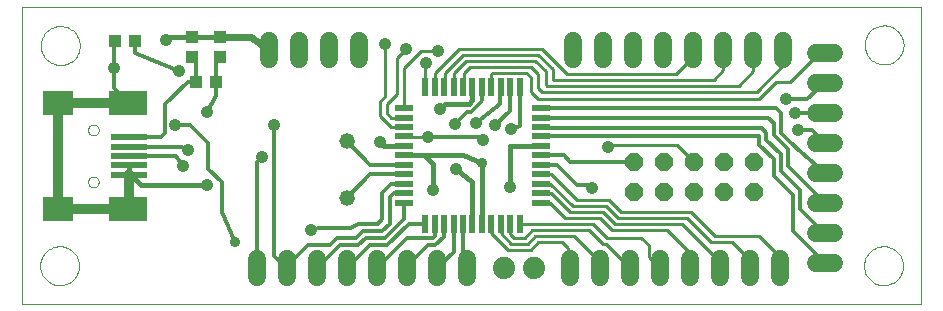
<source format=gtl>
G75*
G70*
%OFA0B0*%
%FSLAX24Y24*%
%IPPOS*%
%LPD*%
%AMOC8*
5,1,8,0,0,1.08239X$1,22.5*
%
%ADD10C,0.0000*%
%ADD11R,0.0591X0.0197*%
%ADD12R,0.0197X0.0591*%
%ADD13C,0.0600*%
%ADD14OC8,0.0600*%
%ADD15C,0.0520*%
%ADD16R,0.0984X0.0787*%
%ADD17R,0.1299X0.0787*%
%ADD18R,0.1220X0.0197*%
%ADD19R,0.0394X0.0433*%
%ADD20R,0.0433X0.0394*%
%ADD21C,0.0740*%
%ADD22C,0.0100*%
%ADD23C,0.0120*%
%ADD24C,0.0410*%
%ADD25C,0.0360*%
%ADD26C,0.0160*%
%ADD27C,0.0240*%
%ADD28C,0.0320*%
D10*
X000101Y000301D02*
X000101Y010180D01*
X030054Y010180D01*
X030054Y000301D01*
X000101Y000301D01*
X000690Y001562D02*
X000692Y001612D01*
X000698Y001662D01*
X000708Y001712D01*
X000721Y001760D01*
X000738Y001808D01*
X000759Y001854D01*
X000783Y001898D01*
X000811Y001940D01*
X000842Y001980D01*
X000876Y002017D01*
X000913Y002052D01*
X000952Y002083D01*
X000993Y002112D01*
X001037Y002137D01*
X001083Y002159D01*
X001130Y002177D01*
X001178Y002191D01*
X001227Y002202D01*
X001277Y002209D01*
X001327Y002212D01*
X001378Y002211D01*
X001428Y002206D01*
X001478Y002197D01*
X001526Y002185D01*
X001574Y002168D01*
X001620Y002148D01*
X001665Y002125D01*
X001708Y002098D01*
X001748Y002068D01*
X001786Y002035D01*
X001821Y001999D01*
X001854Y001960D01*
X001883Y001919D01*
X001909Y001876D01*
X001932Y001831D01*
X001951Y001784D01*
X001966Y001736D01*
X001978Y001687D01*
X001986Y001637D01*
X001990Y001587D01*
X001990Y001537D01*
X001986Y001487D01*
X001978Y001437D01*
X001966Y001388D01*
X001951Y001340D01*
X001932Y001293D01*
X001909Y001248D01*
X001883Y001205D01*
X001854Y001164D01*
X001821Y001125D01*
X001786Y001089D01*
X001748Y001056D01*
X001708Y001026D01*
X001665Y000999D01*
X001620Y000976D01*
X001574Y000956D01*
X001526Y000939D01*
X001478Y000927D01*
X001428Y000918D01*
X001378Y000913D01*
X001327Y000912D01*
X001277Y000915D01*
X001227Y000922D01*
X001178Y000933D01*
X001130Y000947D01*
X001083Y000965D01*
X001037Y000987D01*
X000993Y001012D01*
X000952Y001041D01*
X000913Y001072D01*
X000876Y001107D01*
X000842Y001144D01*
X000811Y001184D01*
X000783Y001226D01*
X000759Y001270D01*
X000738Y001316D01*
X000721Y001364D01*
X000708Y001412D01*
X000698Y001462D01*
X000692Y001512D01*
X000690Y001562D01*
X002286Y004356D02*
X002288Y004382D01*
X002294Y004408D01*
X002304Y004433D01*
X002317Y004456D01*
X002333Y004476D01*
X002353Y004494D01*
X002375Y004509D01*
X002398Y004521D01*
X002424Y004529D01*
X002450Y004533D01*
X002476Y004533D01*
X002502Y004529D01*
X002528Y004521D01*
X002552Y004509D01*
X002573Y004494D01*
X002593Y004476D01*
X002609Y004456D01*
X002622Y004433D01*
X002632Y004408D01*
X002638Y004382D01*
X002640Y004356D01*
X002638Y004330D01*
X002632Y004304D01*
X002622Y004279D01*
X002609Y004256D01*
X002593Y004236D01*
X002573Y004218D01*
X002551Y004203D01*
X002528Y004191D01*
X002502Y004183D01*
X002476Y004179D01*
X002450Y004179D01*
X002424Y004183D01*
X002398Y004191D01*
X002374Y004203D01*
X002353Y004218D01*
X002333Y004236D01*
X002317Y004256D01*
X002304Y004279D01*
X002294Y004304D01*
X002288Y004330D01*
X002286Y004356D01*
X002286Y006088D02*
X002288Y006114D01*
X002294Y006140D01*
X002304Y006165D01*
X002317Y006188D01*
X002333Y006208D01*
X002353Y006226D01*
X002375Y006241D01*
X002398Y006253D01*
X002424Y006261D01*
X002450Y006265D01*
X002476Y006265D01*
X002502Y006261D01*
X002528Y006253D01*
X002552Y006241D01*
X002573Y006226D01*
X002593Y006208D01*
X002609Y006188D01*
X002622Y006165D01*
X002632Y006140D01*
X002638Y006114D01*
X002640Y006088D01*
X002638Y006062D01*
X002632Y006036D01*
X002622Y006011D01*
X002609Y005988D01*
X002593Y005968D01*
X002573Y005950D01*
X002551Y005935D01*
X002528Y005923D01*
X002502Y005915D01*
X002476Y005911D01*
X002450Y005911D01*
X002424Y005915D01*
X002398Y005923D01*
X002374Y005935D01*
X002353Y005950D01*
X002333Y005968D01*
X002317Y005988D01*
X002304Y006011D01*
X002294Y006036D01*
X002288Y006062D01*
X002286Y006088D01*
X000711Y008901D02*
X000713Y008951D01*
X000719Y009001D01*
X000729Y009051D01*
X000742Y009099D01*
X000759Y009147D01*
X000780Y009193D01*
X000804Y009237D01*
X000832Y009279D01*
X000863Y009319D01*
X000897Y009356D01*
X000934Y009391D01*
X000973Y009422D01*
X001014Y009451D01*
X001058Y009476D01*
X001104Y009498D01*
X001151Y009516D01*
X001199Y009530D01*
X001248Y009541D01*
X001298Y009548D01*
X001348Y009551D01*
X001399Y009550D01*
X001449Y009545D01*
X001499Y009536D01*
X001547Y009524D01*
X001595Y009507D01*
X001641Y009487D01*
X001686Y009464D01*
X001729Y009437D01*
X001769Y009407D01*
X001807Y009374D01*
X001842Y009338D01*
X001875Y009299D01*
X001904Y009258D01*
X001930Y009215D01*
X001953Y009170D01*
X001972Y009123D01*
X001987Y009075D01*
X001999Y009026D01*
X002007Y008976D01*
X002011Y008926D01*
X002011Y008876D01*
X002007Y008826D01*
X001999Y008776D01*
X001987Y008727D01*
X001972Y008679D01*
X001953Y008632D01*
X001930Y008587D01*
X001904Y008544D01*
X001875Y008503D01*
X001842Y008464D01*
X001807Y008428D01*
X001769Y008395D01*
X001729Y008365D01*
X001686Y008338D01*
X001641Y008315D01*
X001595Y008295D01*
X001547Y008278D01*
X001499Y008266D01*
X001449Y008257D01*
X001399Y008252D01*
X001348Y008251D01*
X001298Y008254D01*
X001248Y008261D01*
X001199Y008272D01*
X001151Y008286D01*
X001104Y008304D01*
X001058Y008326D01*
X001014Y008351D01*
X000973Y008380D01*
X000934Y008411D01*
X000897Y008446D01*
X000863Y008483D01*
X000832Y008523D01*
X000804Y008565D01*
X000780Y008609D01*
X000759Y008655D01*
X000742Y008703D01*
X000729Y008751D01*
X000719Y008801D01*
X000713Y008851D01*
X000711Y008901D01*
X028171Y008922D02*
X028173Y008972D01*
X028179Y009022D01*
X028189Y009072D01*
X028202Y009120D01*
X028219Y009168D01*
X028240Y009214D01*
X028264Y009258D01*
X028292Y009300D01*
X028323Y009340D01*
X028357Y009377D01*
X028394Y009412D01*
X028433Y009443D01*
X028474Y009472D01*
X028518Y009497D01*
X028564Y009519D01*
X028611Y009537D01*
X028659Y009551D01*
X028708Y009562D01*
X028758Y009569D01*
X028808Y009572D01*
X028859Y009571D01*
X028909Y009566D01*
X028959Y009557D01*
X029007Y009545D01*
X029055Y009528D01*
X029101Y009508D01*
X029146Y009485D01*
X029189Y009458D01*
X029229Y009428D01*
X029267Y009395D01*
X029302Y009359D01*
X029335Y009320D01*
X029364Y009279D01*
X029390Y009236D01*
X029413Y009191D01*
X029432Y009144D01*
X029447Y009096D01*
X029459Y009047D01*
X029467Y008997D01*
X029471Y008947D01*
X029471Y008897D01*
X029467Y008847D01*
X029459Y008797D01*
X029447Y008748D01*
X029432Y008700D01*
X029413Y008653D01*
X029390Y008608D01*
X029364Y008565D01*
X029335Y008524D01*
X029302Y008485D01*
X029267Y008449D01*
X029229Y008416D01*
X029189Y008386D01*
X029146Y008359D01*
X029101Y008336D01*
X029055Y008316D01*
X029007Y008299D01*
X028959Y008287D01*
X028909Y008278D01*
X028859Y008273D01*
X028808Y008272D01*
X028758Y008275D01*
X028708Y008282D01*
X028659Y008293D01*
X028611Y008307D01*
X028564Y008325D01*
X028518Y008347D01*
X028474Y008372D01*
X028433Y008401D01*
X028394Y008432D01*
X028357Y008467D01*
X028323Y008504D01*
X028292Y008544D01*
X028264Y008586D01*
X028240Y008630D01*
X028219Y008676D01*
X028202Y008724D01*
X028189Y008772D01*
X028179Y008822D01*
X028173Y008872D01*
X028171Y008922D01*
X028151Y001562D02*
X028153Y001612D01*
X028159Y001662D01*
X028169Y001712D01*
X028182Y001760D01*
X028199Y001808D01*
X028220Y001854D01*
X028244Y001898D01*
X028272Y001940D01*
X028303Y001980D01*
X028337Y002017D01*
X028374Y002052D01*
X028413Y002083D01*
X028454Y002112D01*
X028498Y002137D01*
X028544Y002159D01*
X028591Y002177D01*
X028639Y002191D01*
X028688Y002202D01*
X028738Y002209D01*
X028788Y002212D01*
X028839Y002211D01*
X028889Y002206D01*
X028939Y002197D01*
X028987Y002185D01*
X029035Y002168D01*
X029081Y002148D01*
X029126Y002125D01*
X029169Y002098D01*
X029209Y002068D01*
X029247Y002035D01*
X029282Y001999D01*
X029315Y001960D01*
X029344Y001919D01*
X029370Y001876D01*
X029393Y001831D01*
X029412Y001784D01*
X029427Y001736D01*
X029439Y001687D01*
X029447Y001637D01*
X029451Y001587D01*
X029451Y001537D01*
X029447Y001487D01*
X029439Y001437D01*
X029427Y001388D01*
X029412Y001340D01*
X029393Y001293D01*
X029370Y001248D01*
X029344Y001205D01*
X029315Y001164D01*
X029282Y001125D01*
X029247Y001089D01*
X029209Y001056D01*
X029169Y001026D01*
X029126Y000999D01*
X029081Y000976D01*
X029035Y000956D01*
X028987Y000939D01*
X028939Y000927D01*
X028889Y000918D01*
X028839Y000913D01*
X028788Y000912D01*
X028738Y000915D01*
X028688Y000922D01*
X028639Y000933D01*
X028591Y000947D01*
X028544Y000965D01*
X028498Y000987D01*
X028454Y001012D01*
X028413Y001041D01*
X028374Y001072D01*
X028337Y001107D01*
X028303Y001144D01*
X028272Y001184D01*
X028244Y001226D01*
X028220Y001270D01*
X028199Y001316D01*
X028182Y001364D01*
X028169Y001412D01*
X028159Y001462D01*
X028153Y001512D01*
X028151Y001562D01*
D11*
X017384Y003667D03*
X017384Y003982D03*
X017384Y004297D03*
X017384Y004612D03*
X017384Y004927D03*
X017384Y005242D03*
X017384Y005557D03*
X017384Y005872D03*
X017384Y006187D03*
X017384Y006502D03*
X017384Y006817D03*
X012817Y006817D03*
X012817Y006502D03*
X012817Y006187D03*
X012817Y005872D03*
X012817Y005557D03*
X012817Y005242D03*
X012817Y004927D03*
X012817Y004612D03*
X012817Y004297D03*
X012817Y003982D03*
X012817Y003667D03*
D12*
X013526Y002958D03*
X013841Y002958D03*
X014156Y002958D03*
X014471Y002958D03*
X014786Y002958D03*
X015101Y002958D03*
X015416Y002958D03*
X015731Y002958D03*
X016046Y002958D03*
X016361Y002958D03*
X016676Y002958D03*
X016676Y007525D03*
X016361Y007525D03*
X016046Y007525D03*
X015731Y007525D03*
X015416Y007525D03*
X015101Y007525D03*
X014786Y007525D03*
X014471Y007525D03*
X014156Y007525D03*
X013841Y007525D03*
X013526Y007525D03*
D13*
X011308Y008459D02*
X011308Y009059D01*
X010308Y009059D02*
X010308Y008459D01*
X009308Y008459D02*
X009308Y009059D01*
X008308Y009059D02*
X008308Y008459D01*
X018457Y008441D02*
X018457Y009041D01*
X019457Y009041D02*
X019457Y008441D01*
X020457Y008441D02*
X020457Y009041D01*
X021457Y009041D02*
X021457Y008441D01*
X022457Y008441D02*
X022457Y009041D01*
X023457Y009041D02*
X023457Y008441D01*
X024457Y008441D02*
X024457Y009041D01*
X025457Y009041D02*
X025457Y008441D01*
X026553Y008643D02*
X027153Y008643D01*
X027153Y007643D02*
X026553Y007643D01*
X026553Y006643D02*
X027153Y006643D01*
X027153Y005643D02*
X026553Y005643D01*
X026553Y004643D02*
X027153Y004643D01*
X027153Y003643D02*
X026553Y003643D01*
X026553Y002643D02*
X027153Y002643D01*
X025353Y001782D02*
X025353Y001182D01*
X024353Y001182D02*
X024353Y001782D01*
X023353Y001782D02*
X023353Y001182D01*
X022353Y001182D02*
X022353Y001782D01*
X021353Y001782D02*
X021353Y001182D01*
X020353Y001182D02*
X020353Y001782D01*
X019353Y001782D02*
X019353Y001182D01*
X018353Y001182D02*
X018353Y001782D01*
X014920Y001782D02*
X014920Y001182D01*
X013920Y001182D02*
X013920Y001782D01*
X012920Y001782D02*
X012920Y001182D01*
X011920Y001182D02*
X011920Y001782D01*
X010920Y001782D02*
X010920Y001182D01*
X009920Y001182D02*
X009920Y001782D01*
X008920Y001782D02*
X008920Y001182D01*
X007920Y001182D02*
X007920Y001782D01*
X026553Y001643D02*
X027153Y001643D01*
D14*
X024492Y004027D03*
X023492Y004027D03*
X022492Y004027D03*
X021492Y004027D03*
X020492Y004027D03*
X020492Y005027D03*
X021492Y005027D03*
X022492Y005027D03*
X023492Y005027D03*
X024492Y005027D03*
D15*
X010902Y005720D03*
X010902Y003820D03*
D16*
X001282Y003470D03*
X001282Y006974D03*
D17*
X003605Y006974D03*
X003605Y003470D03*
D18*
X003644Y004592D03*
X003644Y004907D03*
X003644Y005222D03*
X003644Y005537D03*
X003644Y005852D03*
D19*
X005748Y008523D03*
X006679Y008525D03*
X006679Y009194D03*
X005748Y009192D03*
D20*
X003843Y009060D03*
X003174Y009060D03*
X005869Y007695D03*
X006538Y007695D03*
D21*
X016151Y001492D03*
X017151Y001492D03*
D22*
X018301Y001534D02*
X018353Y001482D01*
X018351Y001484D01*
X018301Y001534D02*
X018301Y002142D01*
X018101Y002342D01*
X017301Y002342D01*
X017051Y002092D01*
X016301Y002092D01*
X015731Y002662D01*
X015731Y002958D01*
X016046Y002958D02*
X016046Y002647D01*
X016401Y002292D01*
X016951Y002292D01*
X017201Y002542D01*
X018501Y002542D01*
X019353Y001690D01*
X019353Y001482D01*
X019543Y002292D02*
X020353Y001482D01*
X020981Y001854D02*
X021353Y001482D01*
X020981Y001854D02*
X020981Y002242D01*
X020731Y002492D01*
X019601Y002492D01*
X019131Y002962D01*
X016679Y002962D01*
X016361Y002958D02*
X016361Y002632D01*
X016501Y002492D01*
X016851Y002492D01*
X017101Y002742D01*
X019001Y002742D01*
X019451Y002292D01*
X019543Y002292D01*
X019751Y002742D02*
X021601Y002742D01*
X022353Y001990D01*
X022353Y001482D01*
X023353Y001482D02*
X023353Y001690D01*
X022101Y002942D01*
X019851Y002942D01*
X019451Y003342D01*
X018351Y003342D01*
X017711Y003982D01*
X017384Y003982D01*
X017384Y003667D02*
X017676Y003667D01*
X018201Y003142D01*
X019351Y003142D01*
X019751Y002742D01*
X019951Y003142D02*
X022251Y003142D01*
X023051Y002342D01*
X023751Y002342D01*
X024353Y001740D01*
X024353Y001482D01*
X025353Y001482D02*
X025353Y001840D01*
X024651Y002542D01*
X023201Y002542D01*
X022401Y003342D01*
X020051Y003342D01*
X019651Y003742D01*
X018601Y003742D01*
X017731Y004612D01*
X017384Y004612D01*
X017384Y004297D02*
X017696Y004297D01*
X018451Y003542D01*
X019551Y003542D01*
X019951Y003142D01*
X021918Y005602D02*
X022492Y005027D01*
X021918Y005602D02*
X019701Y005602D01*
X019621Y005522D01*
X017301Y007122D02*
X024661Y007122D01*
X025221Y007682D01*
X025701Y007682D01*
X026662Y008643D01*
X026853Y008643D01*
X025457Y008741D02*
X025457Y008239D01*
X024581Y007362D01*
X017421Y007362D01*
X017301Y007482D01*
X017301Y007962D01*
X017061Y008202D01*
X015021Y008202D01*
X014821Y008002D01*
X014821Y007560D01*
X014786Y007525D01*
X014501Y007555D02*
X014471Y007525D01*
X014501Y007555D02*
X014501Y008002D01*
X014901Y008402D01*
X017181Y008402D01*
X017541Y008042D01*
X017541Y007602D01*
X017581Y007562D01*
X023981Y007562D01*
X024457Y008039D01*
X024457Y008741D01*
X023457Y008741D02*
X023457Y008079D01*
X023141Y007762D01*
X017781Y007762D01*
X017781Y008122D01*
X017301Y008602D01*
X014781Y008602D01*
X014181Y008002D01*
X014181Y007550D01*
X014156Y007525D01*
X013861Y007545D02*
X013841Y007525D01*
X013861Y007545D02*
X013861Y008002D01*
X014661Y008802D01*
X017421Y008802D01*
X018261Y007962D01*
X021901Y007962D01*
X022457Y008519D01*
X022457Y008741D01*
X017301Y007122D02*
X017061Y007362D01*
X017061Y007842D01*
X016901Y008002D01*
X015781Y008002D01*
X015731Y007952D01*
X015731Y007525D01*
X013526Y007525D02*
X013526Y008307D01*
X013541Y008322D01*
X013381Y008722D02*
X012817Y008158D01*
X012817Y006817D01*
X012581Y007282D02*
X012261Y006962D01*
X012261Y006642D01*
X012401Y006502D01*
X012817Y006502D01*
X012817Y006187D02*
X012396Y006187D01*
X012021Y006562D01*
X012021Y007042D01*
X012181Y007202D01*
X012181Y008962D01*
X012581Y008482D02*
X012901Y008802D01*
X013381Y008722D02*
X013941Y008722D01*
X012581Y008482D02*
X012581Y007282D01*
X012817Y005872D02*
X012847Y005842D01*
X013621Y005842D01*
D23*
X015381Y005842D01*
X015461Y005762D01*
X016371Y006132D02*
X016676Y006227D01*
X016676Y007525D01*
X016361Y007525D02*
X016361Y006722D01*
X015861Y006242D01*
X015221Y006322D02*
X016021Y006962D01*
X016021Y007500D01*
X016046Y007525D01*
X015416Y007525D02*
X015416Y007077D01*
X015386Y007027D01*
X015051Y006692D01*
X014931Y006692D01*
X014531Y006292D01*
X017384Y006187D02*
X017409Y006162D01*
X024741Y006162D01*
X024901Y006002D01*
X024901Y005762D01*
X025381Y005282D01*
X025381Y004722D01*
X026021Y004082D01*
X026021Y003442D01*
X026819Y002643D01*
X026853Y002643D01*
X026853Y001650D02*
X025781Y002722D01*
X025781Y003922D01*
X025141Y004562D01*
X025141Y005122D01*
X024661Y005602D01*
X024661Y005882D01*
X017394Y005882D01*
X017384Y005872D01*
X017384Y006502D02*
X024961Y006502D01*
X025141Y006322D01*
X025141Y005922D01*
X025621Y005442D01*
X025621Y004875D01*
X026853Y003643D01*
X026853Y004643D02*
X026054Y005362D01*
X025701Y005682D01*
X025381Y006002D01*
X025381Y006642D01*
X025206Y006817D01*
X017384Y006817D01*
X017384Y005242D02*
X018151Y005242D01*
X018365Y005027D01*
X020492Y005027D01*
X019101Y004142D02*
X019001Y004242D01*
X018601Y004242D01*
X017916Y004927D01*
X017384Y004927D01*
X012817Y004927D02*
X011695Y004927D01*
X010902Y005720D01*
X008501Y006242D02*
X008501Y001901D01*
X008920Y001482D01*
X008920Y001541D01*
X009621Y002242D01*
X010341Y002242D01*
X010581Y002482D01*
X011221Y002482D01*
X011461Y002722D01*
X012101Y002722D01*
X012341Y002962D01*
X012341Y003842D01*
X012481Y003982D01*
X012817Y003982D01*
X012396Y004297D02*
X012101Y004002D01*
X012101Y003122D01*
X011941Y002962D01*
X011301Y002962D01*
X011061Y002822D01*
X010501Y002822D01*
X010191Y002812D01*
X009991Y002812D01*
X009711Y002742D01*
X010680Y002242D02*
X009920Y001482D01*
X010920Y001482D02*
X011680Y002242D01*
X012261Y002242D01*
X012977Y002958D01*
X013526Y002958D01*
X013841Y002958D02*
X013841Y002542D01*
X013781Y002482D01*
X012920Y002482D01*
X011920Y001482D01*
X012920Y001482D02*
X012920Y001541D01*
X013621Y002242D01*
X013861Y002242D01*
X014156Y002537D01*
X014156Y002958D01*
X014471Y002958D02*
X014471Y002033D01*
X013920Y001482D01*
X014786Y001616D02*
X014786Y002958D01*
X012817Y003118D02*
X012181Y002482D01*
X011541Y002482D01*
X011301Y002242D01*
X010680Y002242D01*
X012817Y003118D02*
X012817Y003667D01*
X012817Y004297D02*
X012396Y004297D01*
X012817Y004612D02*
X011694Y004612D01*
X010902Y003820D01*
X008101Y005202D02*
X007920Y005021D01*
X007920Y001482D01*
X007201Y002342D02*
X006751Y003342D01*
X006751Y004342D01*
X006301Y004792D01*
X006301Y005642D01*
X005701Y006242D01*
X005201Y006242D01*
X004851Y005992D02*
X004851Y006942D01*
X005604Y007695D01*
X005869Y007695D01*
X005869Y008402D01*
X005748Y008523D01*
X006538Y008383D02*
X006538Y007695D01*
X006538Y007230D01*
X006240Y006692D01*
X004851Y005992D02*
X004711Y005852D01*
X003644Y005852D01*
X003644Y005537D02*
X005393Y005537D01*
X005613Y005417D01*
X005219Y005222D02*
X005466Y004877D01*
X005219Y005222D02*
X003644Y005222D01*
X003644Y006994D02*
X003141Y007497D01*
X003141Y008162D01*
X003141Y009027D01*
X003174Y009060D01*
X003843Y009060D02*
X003843Y008665D01*
X005317Y008041D01*
X006538Y008383D02*
X006679Y008525D01*
X016676Y002958D02*
X016679Y002962D01*
X014920Y001482D02*
X014786Y001616D01*
X026853Y001650D02*
X026853Y001643D01*
X026853Y005643D02*
X026414Y006082D01*
X025941Y006082D01*
X025861Y006642D02*
X026851Y006642D01*
X026853Y006643D01*
X026251Y007122D02*
X025541Y007122D01*
X026251Y007122D02*
X026853Y007643D01*
D24*
X025541Y007122D03*
X025861Y006642D03*
X025941Y006082D03*
X019621Y005522D03*
X016371Y006132D03*
X015861Y006242D03*
X015221Y006322D03*
X014531Y006292D03*
X014021Y006802D03*
X013621Y005842D03*
X012021Y005682D03*
X014561Y004802D03*
X016341Y004179D03*
X013781Y004082D03*
X009711Y002742D03*
X006240Y004238D03*
X005466Y004877D03*
X005613Y005417D03*
X005201Y006242D03*
X006240Y006692D03*
X008501Y006242D03*
X008101Y005202D03*
X015461Y005762D03*
X019101Y004142D03*
X013541Y008322D03*
X013941Y008722D03*
X012901Y008802D03*
X012181Y008962D03*
X005317Y008041D03*
X003141Y008162D03*
X004880Y009098D03*
D25*
X015416Y004977D03*
X007201Y002342D03*
D26*
X006240Y004238D02*
X004038Y004238D01*
X003644Y004632D01*
X003644Y004907D01*
X003644Y004632D02*
X003644Y004592D01*
X012021Y005682D02*
X012146Y005557D01*
X012817Y005557D01*
X012817Y005242D02*
X013501Y005242D01*
X013551Y005192D01*
X013601Y005242D01*
X014801Y005242D01*
X015416Y004977D01*
X015416Y002958D01*
X015101Y002958D02*
X015101Y004362D01*
X014561Y004802D01*
X013781Y004962D02*
X013781Y004082D01*
X013781Y004962D02*
X013551Y005192D01*
X016341Y005557D02*
X016341Y004179D01*
X016341Y005557D02*
X017384Y005557D01*
X014181Y006962D02*
X014021Y006802D01*
X014181Y006962D02*
X014981Y006962D01*
X015101Y007082D01*
X015101Y007525D01*
X006679Y009194D02*
X006677Y009192D01*
X005748Y009192D01*
X004975Y009192D01*
X004880Y009098D01*
D27*
X006679Y009194D02*
X007713Y009194D01*
X008308Y008759D01*
D28*
X003644Y006994D02*
X001282Y006994D01*
X001282Y003451D01*
X003644Y003451D01*
X003644Y004632D01*
M02*

</source>
